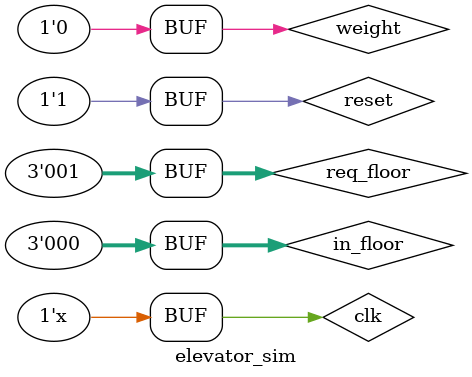
<source format=v>
module elevator_sim;

//regs
reg[2:0]req_floor;
reg[2:0]in_floor;
reg clk,reset,weight;

//wires
wire  [1:0]direction;
wire  complete;
wire over_weight;
wire [2:0]out_floor;

elevator M1 (req_floor,in_floor,weight,clk,reset,complete,direction,over_weight,out_floor);

always
  begin
   #50 clk = ~clk;
  end

initial
   begin
      #0 clk=1'b0; reset = 1'b1; weight = 800;
      #50 reset = 1'b0;
      #50 reset = 1'b1;
      #50 req_floor = 6; in_floor =0;
      #50 reset =1;
      #50 reset =0;
      #50 req_floor = 1;
      #50 reset = 1'b1;
      #50 reset = 1'b0;
      #50 weight =1024;
      #50 reset = 1'b1;

   end
endmodule


</source>
